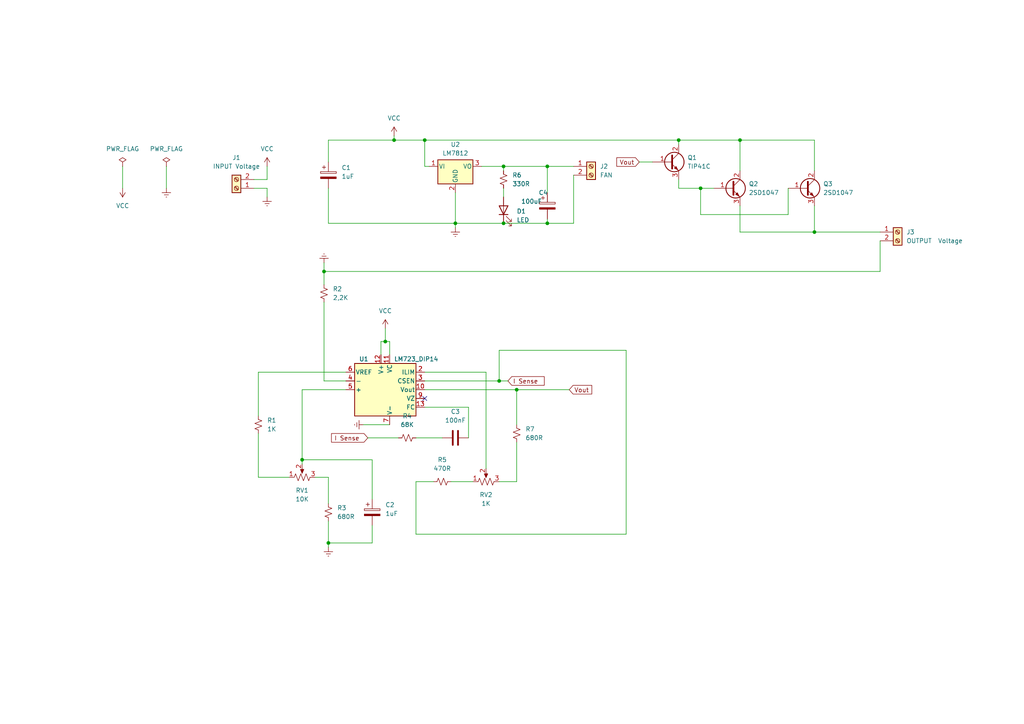
<source format=kicad_sch>
(kicad_sch (version 20230121) (generator eeschema)
  (paper "A4")
  (title_block (title "Current and Voltage Constant Output Module ") (date "04.03.2023") (rev "1.0") (company "by Muxtar_Safarov"))
  (lib_symbols
    (symbol "Connector:Screw_Terminal_01x02" (pin_names (offset 1.016) hide)
      (property "Reference" "J" (at 0 2.54 0))
      (property "Value" "Screw_Terminal_01x02" (at 0 -5.08 0))
      (symbol "Screw_Terminal_01x02_1_1"
        (rectangle (start -1.27 1.27) (end 1.27 -3.81) (stroke (width 0.254)) (fill (type background)))
        (circle (center 0 -2.54) (radius 0.635) (stroke (width 0.1524)))
        (polyline (pts (xy -0.5334 -2.2098) (xy 0.3302 -3.048)) (stroke (width 0.1524)))
        (polyline (pts (xy -0.5334 0.3302) (xy 0.3302 -0.508)) (stroke (width 0.1524)))
        (polyline (pts (xy -0.3556 -2.032) (xy 0.508 -2.8702)) (stroke (width 0.1524)))
        (polyline (pts (xy -0.3556 0.508) (xy 0.508 -0.3302)) (stroke (width 0.1524)))
        (circle (center 0 0) (radius 0.635) (stroke (width 0.1524)))
        (pin passive line (at -5.08 0 0) (length 3.81) (name "Pin_1") (number "1"))
        (pin passive line (at -5.08 -2.54 0) (length 3.81) (name "Pin_2") (number "2"))
      )
    )
    (symbol "Device:C" (pin_numbers hide) (pin_names (offset 0.254))
      (property "Reference" "C" (at 0.635 2.54 0))
      (property "Value" "C" (at 0.635 -2.54 0))
      (symbol "C_0_1"
        (polyline (pts (xy -2.032 -0.762) (xy 2.032 -0.762)) (stroke (width 0.508)))
        (polyline (pts (xy -2.032 0.762) (xy 2.032 0.762)) (stroke (width 0.508)))
      )
      (symbol "C_1_1"
        (pin passive line (at 0 3.81 270) (length 2.794) (name "~") (number "1"))
        (pin passive line (at 0 -3.81 90) (length 2.794) (name "~") (number "2"))
      )
    )
    (symbol "Device:C_Polarized" (pin_numbers hide) (pin_names (offset 0.254))
      (property "Reference" "C" (at 0.635 2.54 0))
      (property "Value" "C_Polarized" (at 0.635 -2.54 0))
      (symbol "C_Polarized_0_1"
        (rectangle (start -2.286 0.508) (end 2.286 1.016))
        (polyline (pts (xy -1.778 2.286) (xy -0.762 2.286)))
        (polyline (pts (xy -1.27 2.794) (xy -1.27 1.778)))
        (rectangle (start 2.286 -0.508) (end -2.286 -1.016) (fill (type outline)))
      )
      (symbol "C_Polarized_1_1"
        (pin passive line (at 0 3.81 270) (length 2.794) (name "~") (number "1"))
        (pin passive line (at 0 -3.81 90) (length 2.794) (name "~") (number "2"))
      )
    )
    (symbol "Device:LED" (pin_numbers hide) (pin_names (offset 1.016) hide)
      (property "Reference" "D" (at 0 2.54 0))
      (property "Value" "LED" (at 0 -2.54 0))
      (symbol "LED_0_1"
        (polyline (pts (xy -1.27 -1.27) (xy -1.27 1.27)) (stroke (width 0.254)))
        (polyline (pts (xy -1.27 0) (xy 1.27 0)))
        (polyline (pts (xy 1.27 -1.27) (xy 1.27 1.27) (xy -1.27 0) (xy 1.27 -1.27)) (stroke (width 0.254)))
        (polyline (pts (xy -3.048 -0.762) (xy -4.572 -2.286) (xy -3.81 -2.286) (xy -4.572 -2.286) (xy -4.572 -1.524)))
        (polyline (pts (xy -1.778 -0.762) (xy -3.302 -2.286) (xy -2.54 -2.286) (xy -3.302 -2.286) (xy -3.302 -1.524)))
      )
      (symbol "LED_1_1"
        (pin passive line (at -3.81 0 0) (length 2.54) (name "K") (number "1"))
        (pin passive line (at 3.81 0 180) (length 2.54) (name "A") (number "2"))
      )
    )
    (symbol "Device:R_Potentiometer_US" (pin_names (offset 1.016) hide)
      (property "Reference" "RV" (at -4.445 0 90))
      (property "Value" "R_Potentiometer_US" (at -2.54 0 90))
      (symbol "R_Potentiometer_US_0_1"
        (polyline (pts (xy 0 -2.286) (xy 0 -2.54)))
        (polyline (pts (xy 0 2.54) (xy 0 2.286)))
        (polyline (pts (xy 2.54 0) (xy 1.524 0)))
        (polyline (pts (xy 1.143 0) (xy 2.286 0.508) (xy 2.286 -0.508) (xy 1.143 0)) (fill (type outline)))
        (polyline (pts (xy 0 -0.762) (xy 1.016 -1.143) (xy 0 -1.524) (xy -1.016 -1.905) (xy 0 -2.286)))
        (polyline (pts (xy 0 0.762) (xy 1.016 0.381) (xy 0 0) (xy -1.016 -0.381) (xy 0 -0.762)))
        (polyline (pts (xy 0 2.286) (xy 1.016 1.905) (xy 0 1.524) (xy -1.016 1.143) (xy 0 0.762)))
      )
      (symbol "R_Potentiometer_US_1_1"
        (pin passive line (at 0 3.81 270) (length 1.27) (name "1") (number "1"))
        (pin passive line (at 3.81 0 180) (length 1.27) (name "2") (number "2"))
        (pin passive line (at 0 -3.81 90) (length 1.27) (name "3") (number "3"))
      )
    )
    (symbol "Device:R_Small_US" (pin_numbers hide) (pin_names (offset 0.254) hide)
      (property "Reference" "R" (at 0.762 0.508 0))
      (property "Value" "R_Small_US" (at 0.762 -1.016 0))
      (symbol "R_Small_US_1_1"
        (polyline (pts (xy 0 0) (xy 1.016 -0.381) (xy 0 -0.762) (xy -1.016 -1.143) (xy 0 -1.524)))
        (polyline (pts (xy 0 1.524) (xy 1.016 1.143) (xy 0 0.762) (xy -1.016 0.381) (xy 0 0)))
        (pin passive line (at 0 2.54 270) (length 1.016) (name "~") (number "1"))
        (pin passive line (at 0 -2.54 90) (length 1.016) (name "~") (number "2"))
      )
    )
    (symbol "Regulator_Linear:LM723_DIP14" (pin_names (offset 0.254))
      (property "Reference" "U" (at 0.635 10.795 0))
      (property "Value" "LM723_DIP14" (at 0.635 8.89 0))
      (symbol "LM723_DIP14_0_1"
        (rectangle (start -10.16 -7.62) (end 7.62 7.62) (stroke (width 0.254)) (fill (type background)))
      )
      (symbol "LM723_DIP14_1_1"
        (pin no_connect line (at -10.16 -5.08 0) (length 2.54) hide (name "NC") (number "1"))
        (pin power_out line (at 10.16 0 180) (length 2.54) (name "Vout") (number "10"))
        (pin power_in line (at 0 10.16 270) (length 2.54) (name "VC") (number "11"))
        (pin power_in line (at -2.54 10.16 270) (length 2.54) (name "V+") (number "12"))
        (pin input line (at 10.16 -5.08 180) (length 2.54) (name "FC") (number "13"))
        (pin no_connect line (at -2.54 -7.62 90) (length 2.54) hide (name "NC") (number "14"))
        (pin input line (at 10.16 5.08 180) (length 2.54) (name "ILIM") (number "2"))
        (pin input line (at 10.16 2.54 180) (length 2.54) (name "CSEN") (number "3"))
        (pin input line (at -12.7 2.54 0) (length 2.54) (name "-") (number "4"))
        (pin input line (at -12.7 0 0) (length 2.54) (name "+") (number "5"))
        (pin power_out line (at -12.7 5.08 0) (length 2.54) (name "VREF") (number "6"))
        (pin power_in line (at 0 -10.16 90) (length 2.54) (name "V-") (number "7"))
        (pin no_connect line (at -10.16 -2.54 0) (length 2.54) hide (name "NC") (number "8"))
        (pin input line (at 10.16 -2.54 180) (length 2.54) (name "VZ") (number "9"))
      )
    )
    (symbol "Regulator_Linear:LM7812_TO220" (pin_names (offset 0.254))
      (property "Reference" "U" (at -3.81 3.175 0))
      (property "Value" "LM7812_TO220" (at 0 3.175 0))
      (symbol "LM7812_TO220_0_1"
        (rectangle (start -5.08 1.905) (end 5.08 -5.08) (stroke (width 0.254)) (fill (type background)))
      )
      (symbol "LM7812_TO220_1_1"
        (pin power_in line (at -7.62 0 0) (length 2.54) (name "VI") (number "1"))
        (pin power_in line (at 0 -7.62 90) (length 2.54) (name "GND") (number "2"))
        (pin power_out line (at 7.62 0 180) (length 2.54) (name "VO") (number "3"))
      )
    )
    (symbol "Transistor_BJT:2SD1047" (pin_names (offset 0) hide)
      (property "Reference" "Q" (at 6.35 1.905 0))
      (property "Value" "2SD1047" (at 6.35 0 0))
      (symbol "2SD1047_0_1"
        (polyline (pts (xy 0 0) (xy 0.762 0)))
        (polyline (pts (xy 0.635 0.635) (xy 2.54 2.54)))
        (polyline (pts (xy 0.635 -0.635) (xy 2.54 -2.54) (xy 2.54 -2.54)))
        (polyline (pts (xy 0.635 1.905) (xy 0.635 -1.905) (xy 0.635 -1.905)) (stroke (width 0.508)))
        (polyline (pts (xy 1.27 -1.778) (xy 1.778 -1.27) (xy 2.286 -2.286) (xy 1.27 -1.778) (xy 1.27 -1.778)) (fill (type outline)))
        (circle (center 1.27 0) (radius 2.8194) (stroke (width 0.254)))
      )
      (symbol "2SD1047_1_1"
        (pin input line (at -5.08 0 0) (length 5.08) (name "B") (number "1"))
        (pin passive line (at 2.54 5.08 270) (length 2.54) (name "C") (number "2"))
        (pin passive line (at 2.54 -5.08 90) (length 2.54) (name "E") (number "3"))
      )
    )
    (symbol "Transistor_BJT:TIP41C" (pin_names (offset 0) hide)
      (property "Reference" "Q" (at 6.35 1.905 0))
      (property "Value" "TIP41C" (at 6.35 0 0))
      (symbol "TIP41C_0_1"
        (polyline (pts (xy 0.635 0.635) (xy 2.54 2.54)))
        (polyline (pts (xy 0.635 -0.635) (xy 2.54 -2.54) (xy 2.54 -2.54)))
        (polyline (pts (xy 0.635 1.905) (xy 0.635 -1.905) (xy 0.635 -1.905)) (stroke (width 0.508)))
        (polyline (pts (xy 1.27 -1.778) (xy 1.778 -1.27) (xy 2.286 -2.286) (xy 1.27 -1.778) (xy 1.27 -1.778)) (fill (type outline)))
        (circle (center 1.27 0) (radius 2.8194) (stroke (width 0.254)))
      )
      (symbol "TIP41C_1_1"
        (pin input line (at -5.08 0 0) (length 5.715) (name "B") (number "1"))
        (pin passive line (at 2.54 5.08 270) (length 2.54) (name "C") (number "2"))
        (pin passive line (at 2.54 -5.08 90) (length 2.54) (name "E") (number "3"))
      )
    )
    (symbol "power:Earth" (power) (pin_names (offset 0))
      (symbol "Earth_0_1"
        (polyline (pts (xy -0.635 -1.905) (xy 0.635 -1.905)))
        (polyline (pts (xy -0.127 -2.54) (xy 0.127 -2.54)))
        (polyline (pts (xy 0 -1.27) (xy 0 0)))
        (polyline (pts (xy 1.27 -1.27) (xy -1.27 -1.27)))
      )
      (symbol "Earth_1_1"
        (pin power_in line (at 0 0 270) (length 0) hide (name "Earth") (number "1"))
      )
    )
    (symbol "power:PWR_FLAG" (power) (pin_numbers hide) (pin_names (offset 0) hide)
      (property "Value" "PWR_FLAG" (at 0 3.81 0))
      (symbol "PWR_FLAG_0_0"
        (pin power_out line (at 0 0 90) (length 0) (name "pwr") (number "1"))
      )
      (symbol "PWR_FLAG_0_1"
        (polyline (pts (xy 0 0) (xy 0 1.27) (xy -1.016 1.905) (xy 0 2.54) (xy 1.016 1.905) (xy 0 1.27)))
      )
    )
    (symbol "power:VCC" (power) (pin_names (offset 0))
      (property "Value" "VCC" (at 0 3.81 0))
      (symbol "VCC_0_1"
        (polyline (pts (xy -0.762 1.27) (xy 0 2.54)))
        (polyline (pts (xy 0 0) (xy 0 2.54)))
        (polyline (pts (xy 0 2.54) (xy 0.762 1.27)))
      )
      (symbol "VCC_1_1"
        (pin power_in line (at 0 0 90) (length 0) hide (name "VCC") (number "1"))
      )
    )
  )
  (junction (at 196.85 40.64))
  (junction (at 236.22 67.31))
  (junction (at 144.78 110.49))
  (junction (at 111.76 99.06))
  (junction (at 123.19 40.64))
  (junction (at 146.05 48.26))
  (junction (at 93.98 78.74))
  (junction (at 146.05 64.77))
  (junction (at 114.3 40.64))
  (junction (at 87.63 133.35))
  (junction (at 158.75 48.26))
  (junction (at 214.63 40.64))
  (junction (at 149.86 113.03))
  (junction (at 132.08 64.77))
  (junction (at 158.75 64.77))
  (junction (at 95.25 157.48))
  (junction (at 203.2 54.61))
  (no_connect (at 123.19 115.57))
  (wire (pts (xy 146.05 48.26) (xy 146.05 49.53)))
  (wire (pts (xy 236.22 67.31) (xy 255.27 67.31)))
  (wire (pts (xy 114.3 39.37) (xy 114.3 40.64)))
  (wire (pts (xy 166.37 64.77) (xy 158.75 64.77)))
  (wire (pts (xy 123.19 113.03) (xy 149.86 113.03)))
  (wire (pts (xy 95.25 40.64) (xy 95.25 46.99)))
  (wire (pts (xy 196.85 40.64) (xy 123.19 40.64)))
  (wire (pts (xy 93.98 76.2) (xy 93.98 78.74)))
  (wire (pts (xy 95.25 138.43) (xy 91.44 138.43)))
  (wire (pts (xy 146.05 54.61) (xy 146.05 57.15)))
  (wire (pts (xy 146.05 48.26) (xy 139.7 48.26)))
  (wire (pts (xy 87.63 113.03) (xy 87.63 133.35)))
  (wire (pts (xy 158.75 64.77) (xy 146.05 64.77)))
  (wire (pts (xy 149.86 113.03) (xy 165.1 113.03)))
  (wire (pts (xy 107.95 133.35) (xy 87.63 133.35)))
  (wire (pts (xy 149.86 113.03) (xy 149.86 123.19)))
  (wire (pts (xy 214.63 40.64) (xy 196.85 40.64)))
  (wire (pts (xy 146.05 64.77) (xy 132.08 64.77)))
  (wire (pts (xy 77.47 48.26) (xy 77.47 52.07)))
  (wire (pts (xy 100.33 113.03) (xy 87.63 113.03)))
  (wire (pts (xy 236.22 40.64) (xy 214.63 40.64)))
  (wire (pts (xy 228.6 62.23) (xy 203.2 62.23)))
  (wire (pts (xy 106.68 127) (xy 115.57 127)))
  (wire (pts (xy 110.49 99.06) (xy 111.76 99.06)))
  (wire (pts (xy 196.85 41.91) (xy 196.85 40.64)))
  (wire (pts (xy 149.86 128.27) (xy 149.86 139.7)))
  (wire (pts (xy 196.85 52.07) (xy 196.85 54.61)))
  (wire (pts (xy 203.2 54.61) (xy 207.01 54.61)))
  (wire (pts (xy 105.41 123.19) (xy 113.03 123.19)))
  (wire (pts (xy 158.75 48.26) (xy 166.37 48.26)))
  (wire (pts (xy 255.27 78.74) (xy 93.98 78.74)))
  (wire (pts (xy 74.93 138.43) (xy 74.93 125.73)))
  (wire (pts (xy 124.46 48.26) (xy 123.19 48.26)))
  (wire (pts (xy 181.61 101.6) (xy 144.78 101.6)))
  (wire (pts (xy 87.63 133.35) (xy 87.63 134.62)))
  (wire (pts (xy 132.08 66.04) (xy 132.08 64.77)))
  (wire (pts (xy 228.6 54.61) (xy 228.6 62.23)))
  (wire (pts (xy 77.47 54.61) (xy 77.47 57.15)))
  (wire (pts (xy 185.42 46.99) (xy 189.23 46.99)))
  (wire (pts (xy 196.85 54.61) (xy 203.2 54.61)))
  (wire (pts (xy 158.75 48.26) (xy 158.75 55.88)))
  (wire (pts (xy 83.82 138.43) (xy 74.93 138.43)))
  (wire (pts (xy 107.95 157.48) (xy 95.25 157.48)))
  (wire (pts (xy 95.25 54.61) (xy 95.25 64.77)))
  (wire (pts (xy 74.93 107.95) (xy 74.93 120.65)))
  (wire (pts (xy 203.2 62.23) (xy 203.2 54.61)))
  (wire (pts (xy 77.47 52.07) (xy 73.66 52.07)))
  (wire (pts (xy 95.25 146.05) (xy 95.25 138.43)))
  (wire (pts (xy 48.26 48.26) (xy 48.26 54.61)))
  (wire (pts (xy 140.97 107.95) (xy 140.97 135.89)))
  (wire (pts (xy 144.78 110.49) (xy 147.32 110.49)))
  (wire (pts (xy 114.3 40.64) (xy 95.25 40.64)))
  (wire (pts (xy 120.65 127) (xy 128.27 127)))
  (wire (pts (xy 144.78 101.6) (xy 144.78 110.49)))
  (wire (pts (xy 111.76 99.06) (xy 113.03 99.06)))
  (wire (pts (xy 130.81 139.7) (xy 137.16 139.7)))
  (wire (pts (xy 35.56 48.26) (xy 35.56 54.61)))
  (wire (pts (xy 236.22 59.69) (xy 236.22 67.31)))
  (wire (pts (xy 123.19 40.64) (xy 114.3 40.64)))
  (wire (pts (xy 214.63 59.69) (xy 214.63 67.31)))
  (wire (pts (xy 236.22 49.53) (xy 236.22 40.64)))
  (wire (pts (xy 214.63 67.31) (xy 236.22 67.31)))
  (wire (pts (xy 214.63 49.53) (xy 214.63 40.64)))
  (wire (pts (xy 95.25 158.75) (xy 95.25 157.48)))
  (wire (pts (xy 123.19 110.49) (xy 144.78 110.49)))
  (wire (pts (xy 158.75 48.26) (xy 146.05 48.26)))
  (wire (pts (xy 166.37 50.8) (xy 166.37 64.77)))
  (wire (pts (xy 135.89 118.11) (xy 135.89 127)))
  (wire (pts (xy 73.66 54.61) (xy 77.47 54.61)))
  (wire (pts (xy 113.03 99.06) (xy 113.03 102.87)))
  (wire (pts (xy 95.25 64.77) (xy 132.08 64.77)))
  (wire (pts (xy 93.98 87.63) (xy 93.98 110.49)))
  (wire (pts (xy 255.27 69.85) (xy 255.27 78.74)))
  (wire (pts (xy 123.19 118.11) (xy 135.89 118.11)))
  (wire (pts (xy 93.98 78.74) (xy 93.98 82.55)))
  (wire (pts (xy 111.76 95.25) (xy 111.76 99.06)))
  (wire (pts (xy 123.19 107.95) (xy 140.97 107.95)))
  (wire (pts (xy 120.65 139.7) (xy 120.65 154.94)))
  (wire (pts (xy 132.08 55.88) (xy 132.08 64.77)))
  (wire (pts (xy 123.19 40.64) (xy 123.19 48.26)))
  (wire (pts (xy 149.86 139.7) (xy 144.78 139.7)))
  (wire (pts (xy 120.65 154.94) (xy 181.61 154.94)))
  (wire (pts (xy 110.49 102.87) (xy 110.49 99.06)))
  (wire (pts (xy 95.25 151.13) (xy 95.25 157.48)))
  (wire (pts (xy 181.61 154.94) (xy 181.61 101.6)))
  (wire (pts (xy 125.73 139.7) (xy 120.65 139.7)))
  (wire (pts (xy 107.95 152.4) (xy 107.95 157.48)))
  (wire (pts (xy 100.33 110.49) (xy 93.98 110.49)))
  (wire (pts (xy 158.75 63.5) (xy 158.75 64.77)))
  (wire (pts (xy 107.95 144.78) (xy 107.95 133.35)))
  (wire (pts (xy 100.33 107.95) (xy 74.93 107.95)))
  (global_label "I Sense " (shape input) (at 147.32 110.49 0) (property "Intersheetrefs" "${INTERSHEET_REFS}" (effects hide)))
  (global_label "I Sense " (shape input) (at 106.68 127 180) (property "Intersheetrefs" "${INTERSHEET_REFS}" (effects hide)))
  (global_label "Vout" (shape input) (at 165.1 113.03 0) (property "Intersheetrefs" "${INTERSHEET_REFS}" (effects hide)))
  (global_label "Vout" (shape input) (at 185.42 46.99 180) (property "Intersheetrefs" "${INTERSHEET_REFS}" (effects hide)))
  (symbol (lib_id "Device:C_Polarized") (at 107.95 148.59 0) (unit 1)
    (property "Reference" "C2" (at 111.76 146.431 0) (effects (justify left)))
    (property "Value" "1uF" (at 111.76 148.971 0) (effects (justify left)))
    (property "Footprint" "Capacitor_THT:CP_Radial_D13.0mm_P7.50mm" (effects hide))
  )
  (symbol (lib_id "power:Earth") (at 77.47 57.15 0) (unit 1)
    (property "Reference" "#PWR04" (effects hide))
    (property "Value" "Earth" (effects hide))
  )
  (symbol (lib_id "Device:R_Small_US") (at 74.93 123.19 0) (unit 1)
    (property "Reference" "R1" (at 77.47 121.92 0) (effects (justify left)))
    (property "Value" "1K" (at 77.47 124.46 0) (effects (justify left)))
    (property "Footprint" "Resistor_THT:R_Axial_DIN0207_L6.3mm_D2.5mm_P15.24mm_Horizontal" (effects hide))
  )
  (symbol (lib_id "Device:R_Small_US") (at 146.05 52.07 0) (unit 1)
    (property "Reference" "R6" (at 148.59 50.8 0) (effects (justify left)))
    (property "Value" "330R" (at 148.59 53.34 0) (effects (justify left)))
    (property "Footprint" "Resistor_THT:R_Axial_DIN0207_L6.3mm_D2.5mm_P15.24mm_Horizontal" (effects hide))
  )
  (symbol (lib_id "power:VCC") (at 114.3 39.37 0) (unit 1)
    (property "Reference" "#PWR09" (effects hide))
    (property "Value" "VCC" (at 114.3 34.29 0))
  )
  (symbol (lib_id "power:VCC") (at 35.56 54.61 180) (unit 1)
    (property "Reference" "#PWR01" (effects hide))
    (property "Value" "VCC" (at 35.56 59.69 0))
  )
  (symbol (lib_id "Device:R_Potentiometer_US") (at 87.63 138.43 90) (unit 1)
    (property "Reference" "RV1" (at 87.63 142.24 90))
    (property "Value" "10K" (at 87.63 144.78 90))
    (property "Footprint" "Potentiometer_THT:Potentiometer_Vishay_148-149_Single_Horizontal" (effects hide))
  )
  (symbol (lib_id "power:Earth") (at 132.08 66.04 0) (unit 1)
    (property "Reference" "#PWR010" (effects hide))
    (property "Value" "Earth" (effects hide))
  )
  (symbol (lib_id "power:Earth") (at 105.41 123.19 270) (unit 1)
    (property "Reference" "#PWR07" (effects hide))
    (property "Value" "Earth" (effects hide))
  )
  (symbol (lib_id "power:PWR_FLAG") (at 35.56 48.26 0) (unit 1)
    (property "Reference" "#FLG01" (effects hide))
    (property "Value" "PWR_FLAG" (at 35.56 43.18 0))
  )
  (symbol (lib_id "Device:LED") (at 146.05 60.96 90) (unit 1)
    (property "Reference" "D1" (at 149.86 61.2775 90) (effects (justify right)))
    (property "Value" "LED" (at 149.86 63.8175 90) (effects (justify right)))
    (property "Footprint" "LED_THT:LED_D5.0mm_Clear" (effects hide))
  )
  (symbol (lib_id "Regulator_Linear:LM723_DIP14") (at 113.03 113.03 0) (unit 1)
    (property "Reference" "U1" (at 104.14 104.14 0) (effects (justify left)))
    (property "Value" "LM723_DIP14" (at 114.3 104.14 0) (effects (justify left)))
    (property "Footprint" "Package_DIP:DIP-14_W7.62mm" (effects hide))
    (property "Datasheet" "http://www.ti.com/lit/ds/symlink/lm723.pdf" (effects hide))
  )
  (symbol (lib_id "power:Earth") (at 48.26 54.61 0) (unit 1)
    (property "Reference" "#PWR02" (effects hide))
    (property "Value" "Earth" (effects hide))
  )
  (symbol (lib_id "power:VCC") (at 111.76 95.25 0) (unit 1)
    (property "Reference" "#PWR08" (effects hide))
    (property "Value" "VCC" (at 111.76 90.17 0))
  )
  (symbol (lib_id "Regulator_Linear:LM7812_TO220") (at 132.08 48.26 0) (unit 1)
    (property "Reference" "U2" (at 132.08 41.91 0))
    (property "Value" "LM7812" (at 132.08 44.45 0))
    (property "Footprint" "Package_TO_SOT_THT:TO-220-3_Vertical" (effects hide))
    (property "Datasheet" "https://www.onsemi.cn/PowerSolutions/document/MC7800-D.PDF" (effects hide))
  )
  (symbol (lib_id "Device:C_Polarized") (at 158.75 59.69 0) (unit 1)
    (property "Reference" "C4" (at 156.21 55.88 0) (effects (justify left)))
    (property "Value" "100uF" (at 151.13 58.42 0) (effects (justify left)))
    (property "Footprint" "Capacitor_THT:CP_Radial_D13.0mm_P7.50mm" (effects hide))
  )
  (symbol (lib_id "Device:C") (at 132.08 127 90) (unit 1)
    (property "Reference" "C3" (at 132.08 119.38 90))
    (property "Value" "100nF" (at 132.08 121.92 90))
    (property "Footprint" "Capacitor_THT:C_Disc_D7.5mm_W5.0mm_P7.50mm" (effects hide))
  )
  (symbol (lib_id "Device:R_Small_US") (at 128.27 139.7 90) (unit 1)
    (property "Reference" "R5" (at 128.27 133.35 90))
    (property "Value" "470R" (at 128.27 135.89 90))
    (property "Footprint" "Resistor_THT:R_Axial_DIN0207_L6.3mm_D2.5mm_P15.24mm_Horizontal" (effects hide))
  )
  (symbol (lib_id "Device:R_Small_US") (at 95.25 148.59 0) (unit 1)
    (property "Reference" "R3" (at 97.79 147.32 0) (effects (justify left)))
    (property "Value" "680R" (at 97.79 149.86 0) (effects (justify left)))
    (property "Footprint" "Resistor_THT:R_Axial_DIN0207_L6.3mm_D2.5mm_P15.24mm_Horizontal" (effects hide))
  )
  (symbol (lib_id "Transistor_BJT:2SD1047") (at 212.09 54.61 0) (unit 1)
    (property "Reference" "Q2" (at 217.17 53.34 0) (effects (justify left)))
    (property "Value" "2SD1047" (at 217.17 55.88 0) (effects (justify left)))
    (property "Footprint" "Package_TO_SOT_THT:TO-3PB-3_Vertical" (effects hide))
    (property "Datasheet" "http://www.st.com/resource/en/datasheet/2sd1047.pdf" (effects hide))
  )
  (symbol (lib_id "Device:R_Small_US") (at 93.98 85.09 0) (unit 1)
    (property "Reference" "R2" (at 96.52 83.82 0) (effects (justify left)))
    (property "Value" "2,2K" (at 96.52 86.36 0) (effects (justify left)))
    (property "Footprint" "Resistor_THT:R_Axial_DIN0207_L6.3mm_D2.5mm_P15.24mm_Horizontal" (effects hide))
  )
  (symbol (lib_id "Device:C_Polarized") (at 95.25 50.8 0) (unit 1)
    (property "Reference" "C1" (at 99.06 48.641 0) (effects (justify left)))
    (property "Value" "1uF" (at 99.06 51.181 0) (effects (justify left)))
    (property "Footprint" "Capacitor_THT:CP_Radial_D13.0mm_P7.50mm" (effects hide))
  )
  (symbol (lib_id "Connector:Screw_Terminal_01x02") (at 68.58 54.61 180) (unit 1)
    (property "Reference" "J1" (at 68.58 45.72 0))
    (property "Value" "INPUT Voltage" (at 68.58 48.26 0))
    (property "Footprint" "TerminalBlock:TerminalBlock_bornier-2_P5.08mm" (effects hide))
  )
  (symbol (lib_id "power:Earth") (at 93.98 76.2 180) (unit 1)
    (property "Reference" "#PWR05" (effects hide))
    (property "Value" "Earth" (effects hide))
  )
  (symbol (lib_id "Device:R_Small_US") (at 149.86 125.73 0) (unit 1)
    (property "Reference" "R7" (at 152.4 124.46 0) (effects (justify left)))
    (property "Value" "680R" (at 152.4 127 0) (effects (justify left)))
    (property "Footprint" "Resistor_THT:R_Axial_DIN0207_L6.3mm_D2.5mm_P15.24mm_Horizontal" (effects hide))
  )
  (symbol (lib_id "power:PWR_FLAG") (at 48.26 48.26 0) (unit 1)
    (property "Reference" "#FLG02" (effects hide))
    (property "Value" "PWR_FLAG" (at 48.26 43.18 0))
  )
  (symbol (lib_id "Connector:Screw_Terminal_01x02") (at 260.35 67.31 0) (unit 1)
    (property "Reference" "J3" (at 262.89 67.31 0) (effects (justify left)))
    (property "Value" "OUTPUT  Voltage " (at 262.89 69.85 0) (effects (justify left)))
    (property "Footprint" "TerminalBlock:TerminalBlock_bornier-2_P5.08mm" (effects hide))
  )
  (symbol (lib_id "Device:R_Potentiometer_US") (at 140.97 139.7 90) (unit 1)
    (property "Reference" "RV2" (at 140.97 143.51 90))
    (property "Value" "1K" (at 140.97 146.05 90))
    (property "Footprint" "Potentiometer_THT:Potentiometer_Vishay_148-149_Single_Horizontal" (effects hide))
  )
  (symbol (lib_id "power:Earth") (at 95.25 158.75 0) (unit 1)
    (property "Reference" "#PWR06" (effects hide))
    (property "Value" "Earth" (effects hide))
  )
  (symbol (lib_id "Device:R_Small_US") (at 118.11 127 90) (unit 1)
    (property "Reference" "R4" (at 118.11 120.65 90))
    (property "Value" "68K" (at 118.11 123.19 90))
    (property "Footprint" "Resistor_THT:R_Axial_DIN0207_L6.3mm_D2.5mm_P15.24mm_Horizontal" (effects hide))
  )
  (symbol (lib_id "power:VCC") (at 77.47 48.26 0) (unit 1)
    (property "Reference" "#PWR03" (effects hide))
    (property "Value" "VCC" (at 77.47 43.18 0))
  )
  (symbol (lib_id "Transistor_BJT:2SD1047") (at 233.68 54.61 0) (unit 1)
    (property "Reference" "Q3" (at 238.76 53.34 0) (effects (justify left)))
    (property "Value" "2SD1047" (at 238.76 55.88 0) (effects (justify left)))
    (property "Footprint" "Package_TO_SOT_THT:TO-3PB-3_Vertical" (effects hide))
    (property "Datasheet" "http://www.st.com/resource/en/datasheet/2sd1047.pdf" (effects hide))
  )
  (symbol (lib_id "Transistor_BJT:TIP41C") (at 194.31 46.99 0) (unit 1)
    (property "Reference" "Q1" (at 199.39 45.72 0) (effects (justify left)))
    (property "Value" "TIP41C" (at 199.39 48.26 0) (effects (justify left)))
    (property "Footprint" "Package_TO_SOT_THT:TO-220-3_Vertical" (effects hide))
    (property "Datasheet" "https://www.centralsemi.com/get_document.php?cmp=1&mergetype=pd&mergepath=pd&pdf_id=tip41.PDF" (effects hide))
  )
  (symbol (lib_id "Connector:Screw_Terminal_01x02") (at 171.45 48.26 0) (unit 1)
    (property "Reference" "J2" (at 173.99 48.26 0) (effects (justify left)))
    (property "Value" "FAN" (at 173.99 50.8 0) (effects (justify left)))
    (property "Footprint" "TerminalBlock:TerminalBlock_bornier-2_P5.08mm" (effects hide))
  )
)
</source>
